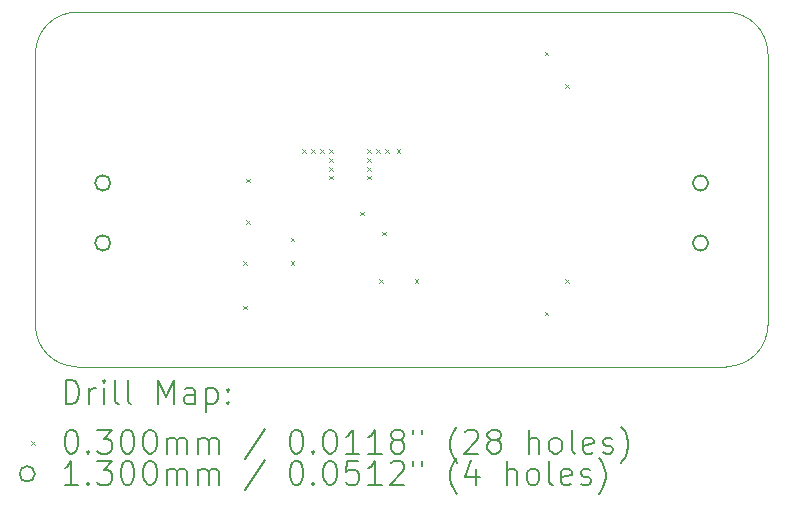
<source format=gbr>
%TF.GenerationSoftware,KiCad,Pcbnew,7.0.8*%
%TF.CreationDate,2023-10-17T18:42:54+11:00*%
%TF.ProjectId,bstconv,62737463-6f6e-4762-9e6b-696361645f70,rev?*%
%TF.SameCoordinates,Original*%
%TF.FileFunction,Drillmap*%
%TF.FilePolarity,Positive*%
%FSLAX45Y45*%
G04 Gerber Fmt 4.5, Leading zero omitted, Abs format (unit mm)*
G04 Created by KiCad (PCBNEW 7.0.8) date 2023-10-17 18:42:54*
%MOMM*%
%LPD*%
G01*
G04 APERTURE LIST*
%ADD10C,0.100000*%
%ADD11C,0.200000*%
%ADD12C,0.030000*%
%ADD13C,0.130000*%
G04 APERTURE END LIST*
D10*
X12250000Y-13300000D02*
X17750000Y-13300000D01*
X17750000Y-16300000D02*
X12250000Y-16300000D01*
X11900000Y-15950000D02*
G75*
G03*
X12250000Y-16300000I350000J0D01*
G01*
X11900000Y-15950000D02*
X11900000Y-13650000D01*
X18100000Y-13650000D02*
G75*
G03*
X17750000Y-13300000I-350000J0D01*
G01*
X12250000Y-13300000D02*
G75*
G03*
X11900000Y-13650000I0J-350000D01*
G01*
X18100000Y-13650000D02*
X18100000Y-15950000D01*
X17750000Y-16300000D02*
G75*
G03*
X18100000Y-15950000I0J350000D01*
G01*
D11*
D12*
X13660000Y-15410000D02*
X13690000Y-15440000D01*
X13690000Y-15410000D02*
X13660000Y-15440000D01*
X13660000Y-15785000D02*
X13690000Y-15815000D01*
X13690000Y-15785000D02*
X13660000Y-15815000D01*
X13685000Y-14710000D02*
X13715000Y-14740000D01*
X13715000Y-14710000D02*
X13685000Y-14740000D01*
X13685000Y-15060000D02*
X13715000Y-15090000D01*
X13715000Y-15060000D02*
X13685000Y-15090000D01*
X14060000Y-15210000D02*
X14090000Y-15240000D01*
X14090000Y-15210000D02*
X14060000Y-15240000D01*
X14060000Y-15410000D02*
X14090000Y-15440000D01*
X14090000Y-15410000D02*
X14060000Y-15440000D01*
X14160000Y-14460000D02*
X14190000Y-14490000D01*
X14190000Y-14460000D02*
X14160000Y-14490000D01*
X14235000Y-14460000D02*
X14265000Y-14490000D01*
X14265000Y-14460000D02*
X14235000Y-14490000D01*
X14310000Y-14460000D02*
X14340000Y-14490000D01*
X14340000Y-14460000D02*
X14310000Y-14490000D01*
X14385000Y-14460000D02*
X14415000Y-14490000D01*
X14415000Y-14460000D02*
X14385000Y-14490000D01*
X14385000Y-14535000D02*
X14415000Y-14565000D01*
X14415000Y-14535000D02*
X14385000Y-14565000D01*
X14385000Y-14610000D02*
X14415000Y-14640000D01*
X14415000Y-14610000D02*
X14385000Y-14640000D01*
X14385000Y-14685000D02*
X14415000Y-14715000D01*
X14415000Y-14685000D02*
X14385000Y-14715000D01*
X14650241Y-14989690D02*
X14680241Y-15019690D01*
X14680241Y-14989690D02*
X14650241Y-15019690D01*
X14710000Y-14460000D02*
X14740000Y-14490000D01*
X14740000Y-14460000D02*
X14710000Y-14490000D01*
X14710000Y-14535000D02*
X14740000Y-14565000D01*
X14740000Y-14535000D02*
X14710000Y-14565000D01*
X14710000Y-14610000D02*
X14740000Y-14640000D01*
X14740000Y-14610000D02*
X14710000Y-14640000D01*
X14710000Y-14685000D02*
X14740000Y-14715000D01*
X14740000Y-14685000D02*
X14710000Y-14715000D01*
X14785000Y-14460000D02*
X14815000Y-14490000D01*
X14815000Y-14460000D02*
X14785000Y-14490000D01*
X14810000Y-15560000D02*
X14840000Y-15590000D01*
X14840000Y-15560000D02*
X14810000Y-15590000D01*
X14835000Y-15160000D02*
X14865000Y-15190000D01*
X14865000Y-15160000D02*
X14835000Y-15190000D01*
X14860000Y-14460000D02*
X14890000Y-14490000D01*
X14890000Y-14460000D02*
X14860000Y-14490000D01*
X14960000Y-14460000D02*
X14990000Y-14490000D01*
X14990000Y-14460000D02*
X14960000Y-14490000D01*
X15110000Y-15560000D02*
X15140000Y-15590000D01*
X15140000Y-15560000D02*
X15110000Y-15590000D01*
X16210000Y-13635000D02*
X16240000Y-13665000D01*
X16240000Y-13635000D02*
X16210000Y-13665000D01*
X16210000Y-15835000D02*
X16240000Y-15865000D01*
X16240000Y-15835000D02*
X16210000Y-15865000D01*
X16385000Y-13910000D02*
X16415000Y-13940000D01*
X16415000Y-13910000D02*
X16385000Y-13940000D01*
X16385000Y-15560000D02*
X16415000Y-15590000D01*
X16415000Y-15560000D02*
X16385000Y-15590000D01*
D13*
X12534500Y-14745500D02*
G75*
G03*
X12534500Y-14745500I-65000J0D01*
G01*
X12534500Y-15253500D02*
G75*
G03*
X12534500Y-15253500I-65000J0D01*
G01*
X17595500Y-14746000D02*
G75*
G03*
X17595500Y-14746000I-65000J0D01*
G01*
X17595500Y-15254000D02*
G75*
G03*
X17595500Y-15254000I-65000J0D01*
G01*
D11*
X12155777Y-16616484D02*
X12155777Y-16416484D01*
X12155777Y-16416484D02*
X12203396Y-16416484D01*
X12203396Y-16416484D02*
X12231967Y-16426008D01*
X12231967Y-16426008D02*
X12251015Y-16445055D01*
X12251015Y-16445055D02*
X12260539Y-16464103D01*
X12260539Y-16464103D02*
X12270062Y-16502198D01*
X12270062Y-16502198D02*
X12270062Y-16530769D01*
X12270062Y-16530769D02*
X12260539Y-16568865D01*
X12260539Y-16568865D02*
X12251015Y-16587912D01*
X12251015Y-16587912D02*
X12231967Y-16606960D01*
X12231967Y-16606960D02*
X12203396Y-16616484D01*
X12203396Y-16616484D02*
X12155777Y-16616484D01*
X12355777Y-16616484D02*
X12355777Y-16483150D01*
X12355777Y-16521246D02*
X12365301Y-16502198D01*
X12365301Y-16502198D02*
X12374824Y-16492674D01*
X12374824Y-16492674D02*
X12393872Y-16483150D01*
X12393872Y-16483150D02*
X12412920Y-16483150D01*
X12479586Y-16616484D02*
X12479586Y-16483150D01*
X12479586Y-16416484D02*
X12470062Y-16426008D01*
X12470062Y-16426008D02*
X12479586Y-16435531D01*
X12479586Y-16435531D02*
X12489110Y-16426008D01*
X12489110Y-16426008D02*
X12479586Y-16416484D01*
X12479586Y-16416484D02*
X12479586Y-16435531D01*
X12603396Y-16616484D02*
X12584348Y-16606960D01*
X12584348Y-16606960D02*
X12574824Y-16587912D01*
X12574824Y-16587912D02*
X12574824Y-16416484D01*
X12708158Y-16616484D02*
X12689110Y-16606960D01*
X12689110Y-16606960D02*
X12679586Y-16587912D01*
X12679586Y-16587912D02*
X12679586Y-16416484D01*
X12936729Y-16616484D02*
X12936729Y-16416484D01*
X12936729Y-16416484D02*
X13003396Y-16559341D01*
X13003396Y-16559341D02*
X13070062Y-16416484D01*
X13070062Y-16416484D02*
X13070062Y-16616484D01*
X13251015Y-16616484D02*
X13251015Y-16511722D01*
X13251015Y-16511722D02*
X13241491Y-16492674D01*
X13241491Y-16492674D02*
X13222443Y-16483150D01*
X13222443Y-16483150D02*
X13184348Y-16483150D01*
X13184348Y-16483150D02*
X13165301Y-16492674D01*
X13251015Y-16606960D02*
X13231967Y-16616484D01*
X13231967Y-16616484D02*
X13184348Y-16616484D01*
X13184348Y-16616484D02*
X13165301Y-16606960D01*
X13165301Y-16606960D02*
X13155777Y-16587912D01*
X13155777Y-16587912D02*
X13155777Y-16568865D01*
X13155777Y-16568865D02*
X13165301Y-16549817D01*
X13165301Y-16549817D02*
X13184348Y-16540293D01*
X13184348Y-16540293D02*
X13231967Y-16540293D01*
X13231967Y-16540293D02*
X13251015Y-16530769D01*
X13346253Y-16483150D02*
X13346253Y-16683150D01*
X13346253Y-16492674D02*
X13365301Y-16483150D01*
X13365301Y-16483150D02*
X13403396Y-16483150D01*
X13403396Y-16483150D02*
X13422443Y-16492674D01*
X13422443Y-16492674D02*
X13431967Y-16502198D01*
X13431967Y-16502198D02*
X13441491Y-16521246D01*
X13441491Y-16521246D02*
X13441491Y-16578388D01*
X13441491Y-16578388D02*
X13431967Y-16597436D01*
X13431967Y-16597436D02*
X13422443Y-16606960D01*
X13422443Y-16606960D02*
X13403396Y-16616484D01*
X13403396Y-16616484D02*
X13365301Y-16616484D01*
X13365301Y-16616484D02*
X13346253Y-16606960D01*
X13527205Y-16597436D02*
X13536729Y-16606960D01*
X13536729Y-16606960D02*
X13527205Y-16616484D01*
X13527205Y-16616484D02*
X13517682Y-16606960D01*
X13517682Y-16606960D02*
X13527205Y-16597436D01*
X13527205Y-16597436D02*
X13527205Y-16616484D01*
X13527205Y-16492674D02*
X13536729Y-16502198D01*
X13536729Y-16502198D02*
X13527205Y-16511722D01*
X13527205Y-16511722D02*
X13517682Y-16502198D01*
X13517682Y-16502198D02*
X13527205Y-16492674D01*
X13527205Y-16492674D02*
X13527205Y-16511722D01*
D12*
X11865000Y-16930000D02*
X11895000Y-16960000D01*
X11895000Y-16930000D02*
X11865000Y-16960000D01*
D11*
X12193872Y-16836484D02*
X12212920Y-16836484D01*
X12212920Y-16836484D02*
X12231967Y-16846008D01*
X12231967Y-16846008D02*
X12241491Y-16855531D01*
X12241491Y-16855531D02*
X12251015Y-16874579D01*
X12251015Y-16874579D02*
X12260539Y-16912674D01*
X12260539Y-16912674D02*
X12260539Y-16960293D01*
X12260539Y-16960293D02*
X12251015Y-16998389D01*
X12251015Y-16998389D02*
X12241491Y-17017436D01*
X12241491Y-17017436D02*
X12231967Y-17026960D01*
X12231967Y-17026960D02*
X12212920Y-17036484D01*
X12212920Y-17036484D02*
X12193872Y-17036484D01*
X12193872Y-17036484D02*
X12174824Y-17026960D01*
X12174824Y-17026960D02*
X12165301Y-17017436D01*
X12165301Y-17017436D02*
X12155777Y-16998389D01*
X12155777Y-16998389D02*
X12146253Y-16960293D01*
X12146253Y-16960293D02*
X12146253Y-16912674D01*
X12146253Y-16912674D02*
X12155777Y-16874579D01*
X12155777Y-16874579D02*
X12165301Y-16855531D01*
X12165301Y-16855531D02*
X12174824Y-16846008D01*
X12174824Y-16846008D02*
X12193872Y-16836484D01*
X12346253Y-17017436D02*
X12355777Y-17026960D01*
X12355777Y-17026960D02*
X12346253Y-17036484D01*
X12346253Y-17036484D02*
X12336729Y-17026960D01*
X12336729Y-17026960D02*
X12346253Y-17017436D01*
X12346253Y-17017436D02*
X12346253Y-17036484D01*
X12422443Y-16836484D02*
X12546253Y-16836484D01*
X12546253Y-16836484D02*
X12479586Y-16912674D01*
X12479586Y-16912674D02*
X12508158Y-16912674D01*
X12508158Y-16912674D02*
X12527205Y-16922198D01*
X12527205Y-16922198D02*
X12536729Y-16931722D01*
X12536729Y-16931722D02*
X12546253Y-16950770D01*
X12546253Y-16950770D02*
X12546253Y-16998389D01*
X12546253Y-16998389D02*
X12536729Y-17017436D01*
X12536729Y-17017436D02*
X12527205Y-17026960D01*
X12527205Y-17026960D02*
X12508158Y-17036484D01*
X12508158Y-17036484D02*
X12451015Y-17036484D01*
X12451015Y-17036484D02*
X12431967Y-17026960D01*
X12431967Y-17026960D02*
X12422443Y-17017436D01*
X12670062Y-16836484D02*
X12689110Y-16836484D01*
X12689110Y-16836484D02*
X12708158Y-16846008D01*
X12708158Y-16846008D02*
X12717682Y-16855531D01*
X12717682Y-16855531D02*
X12727205Y-16874579D01*
X12727205Y-16874579D02*
X12736729Y-16912674D01*
X12736729Y-16912674D02*
X12736729Y-16960293D01*
X12736729Y-16960293D02*
X12727205Y-16998389D01*
X12727205Y-16998389D02*
X12717682Y-17017436D01*
X12717682Y-17017436D02*
X12708158Y-17026960D01*
X12708158Y-17026960D02*
X12689110Y-17036484D01*
X12689110Y-17036484D02*
X12670062Y-17036484D01*
X12670062Y-17036484D02*
X12651015Y-17026960D01*
X12651015Y-17026960D02*
X12641491Y-17017436D01*
X12641491Y-17017436D02*
X12631967Y-16998389D01*
X12631967Y-16998389D02*
X12622443Y-16960293D01*
X12622443Y-16960293D02*
X12622443Y-16912674D01*
X12622443Y-16912674D02*
X12631967Y-16874579D01*
X12631967Y-16874579D02*
X12641491Y-16855531D01*
X12641491Y-16855531D02*
X12651015Y-16846008D01*
X12651015Y-16846008D02*
X12670062Y-16836484D01*
X12860539Y-16836484D02*
X12879586Y-16836484D01*
X12879586Y-16836484D02*
X12898634Y-16846008D01*
X12898634Y-16846008D02*
X12908158Y-16855531D01*
X12908158Y-16855531D02*
X12917682Y-16874579D01*
X12917682Y-16874579D02*
X12927205Y-16912674D01*
X12927205Y-16912674D02*
X12927205Y-16960293D01*
X12927205Y-16960293D02*
X12917682Y-16998389D01*
X12917682Y-16998389D02*
X12908158Y-17017436D01*
X12908158Y-17017436D02*
X12898634Y-17026960D01*
X12898634Y-17026960D02*
X12879586Y-17036484D01*
X12879586Y-17036484D02*
X12860539Y-17036484D01*
X12860539Y-17036484D02*
X12841491Y-17026960D01*
X12841491Y-17026960D02*
X12831967Y-17017436D01*
X12831967Y-17017436D02*
X12822443Y-16998389D01*
X12822443Y-16998389D02*
X12812920Y-16960293D01*
X12812920Y-16960293D02*
X12812920Y-16912674D01*
X12812920Y-16912674D02*
X12822443Y-16874579D01*
X12822443Y-16874579D02*
X12831967Y-16855531D01*
X12831967Y-16855531D02*
X12841491Y-16846008D01*
X12841491Y-16846008D02*
X12860539Y-16836484D01*
X13012920Y-17036484D02*
X13012920Y-16903150D01*
X13012920Y-16922198D02*
X13022443Y-16912674D01*
X13022443Y-16912674D02*
X13041491Y-16903150D01*
X13041491Y-16903150D02*
X13070063Y-16903150D01*
X13070063Y-16903150D02*
X13089110Y-16912674D01*
X13089110Y-16912674D02*
X13098634Y-16931722D01*
X13098634Y-16931722D02*
X13098634Y-17036484D01*
X13098634Y-16931722D02*
X13108158Y-16912674D01*
X13108158Y-16912674D02*
X13127205Y-16903150D01*
X13127205Y-16903150D02*
X13155777Y-16903150D01*
X13155777Y-16903150D02*
X13174824Y-16912674D01*
X13174824Y-16912674D02*
X13184348Y-16931722D01*
X13184348Y-16931722D02*
X13184348Y-17036484D01*
X13279586Y-17036484D02*
X13279586Y-16903150D01*
X13279586Y-16922198D02*
X13289110Y-16912674D01*
X13289110Y-16912674D02*
X13308158Y-16903150D01*
X13308158Y-16903150D02*
X13336729Y-16903150D01*
X13336729Y-16903150D02*
X13355777Y-16912674D01*
X13355777Y-16912674D02*
X13365301Y-16931722D01*
X13365301Y-16931722D02*
X13365301Y-17036484D01*
X13365301Y-16931722D02*
X13374824Y-16912674D01*
X13374824Y-16912674D02*
X13393872Y-16903150D01*
X13393872Y-16903150D02*
X13422443Y-16903150D01*
X13422443Y-16903150D02*
X13441491Y-16912674D01*
X13441491Y-16912674D02*
X13451015Y-16931722D01*
X13451015Y-16931722D02*
X13451015Y-17036484D01*
X13841491Y-16826960D02*
X13670063Y-17084103D01*
X14098634Y-16836484D02*
X14117682Y-16836484D01*
X14117682Y-16836484D02*
X14136729Y-16846008D01*
X14136729Y-16846008D02*
X14146253Y-16855531D01*
X14146253Y-16855531D02*
X14155777Y-16874579D01*
X14155777Y-16874579D02*
X14165301Y-16912674D01*
X14165301Y-16912674D02*
X14165301Y-16960293D01*
X14165301Y-16960293D02*
X14155777Y-16998389D01*
X14155777Y-16998389D02*
X14146253Y-17017436D01*
X14146253Y-17017436D02*
X14136729Y-17026960D01*
X14136729Y-17026960D02*
X14117682Y-17036484D01*
X14117682Y-17036484D02*
X14098634Y-17036484D01*
X14098634Y-17036484D02*
X14079586Y-17026960D01*
X14079586Y-17026960D02*
X14070063Y-17017436D01*
X14070063Y-17017436D02*
X14060539Y-16998389D01*
X14060539Y-16998389D02*
X14051015Y-16960293D01*
X14051015Y-16960293D02*
X14051015Y-16912674D01*
X14051015Y-16912674D02*
X14060539Y-16874579D01*
X14060539Y-16874579D02*
X14070063Y-16855531D01*
X14070063Y-16855531D02*
X14079586Y-16846008D01*
X14079586Y-16846008D02*
X14098634Y-16836484D01*
X14251015Y-17017436D02*
X14260539Y-17026960D01*
X14260539Y-17026960D02*
X14251015Y-17036484D01*
X14251015Y-17036484D02*
X14241491Y-17026960D01*
X14241491Y-17026960D02*
X14251015Y-17017436D01*
X14251015Y-17017436D02*
X14251015Y-17036484D01*
X14384348Y-16836484D02*
X14403396Y-16836484D01*
X14403396Y-16836484D02*
X14422444Y-16846008D01*
X14422444Y-16846008D02*
X14431967Y-16855531D01*
X14431967Y-16855531D02*
X14441491Y-16874579D01*
X14441491Y-16874579D02*
X14451015Y-16912674D01*
X14451015Y-16912674D02*
X14451015Y-16960293D01*
X14451015Y-16960293D02*
X14441491Y-16998389D01*
X14441491Y-16998389D02*
X14431967Y-17017436D01*
X14431967Y-17017436D02*
X14422444Y-17026960D01*
X14422444Y-17026960D02*
X14403396Y-17036484D01*
X14403396Y-17036484D02*
X14384348Y-17036484D01*
X14384348Y-17036484D02*
X14365301Y-17026960D01*
X14365301Y-17026960D02*
X14355777Y-17017436D01*
X14355777Y-17017436D02*
X14346253Y-16998389D01*
X14346253Y-16998389D02*
X14336729Y-16960293D01*
X14336729Y-16960293D02*
X14336729Y-16912674D01*
X14336729Y-16912674D02*
X14346253Y-16874579D01*
X14346253Y-16874579D02*
X14355777Y-16855531D01*
X14355777Y-16855531D02*
X14365301Y-16846008D01*
X14365301Y-16846008D02*
X14384348Y-16836484D01*
X14641491Y-17036484D02*
X14527206Y-17036484D01*
X14584348Y-17036484D02*
X14584348Y-16836484D01*
X14584348Y-16836484D02*
X14565301Y-16865055D01*
X14565301Y-16865055D02*
X14546253Y-16884103D01*
X14546253Y-16884103D02*
X14527206Y-16893627D01*
X14831967Y-17036484D02*
X14717682Y-17036484D01*
X14774825Y-17036484D02*
X14774825Y-16836484D01*
X14774825Y-16836484D02*
X14755777Y-16865055D01*
X14755777Y-16865055D02*
X14736729Y-16884103D01*
X14736729Y-16884103D02*
X14717682Y-16893627D01*
X14946253Y-16922198D02*
X14927206Y-16912674D01*
X14927206Y-16912674D02*
X14917682Y-16903150D01*
X14917682Y-16903150D02*
X14908158Y-16884103D01*
X14908158Y-16884103D02*
X14908158Y-16874579D01*
X14908158Y-16874579D02*
X14917682Y-16855531D01*
X14917682Y-16855531D02*
X14927206Y-16846008D01*
X14927206Y-16846008D02*
X14946253Y-16836484D01*
X14946253Y-16836484D02*
X14984348Y-16836484D01*
X14984348Y-16836484D02*
X15003396Y-16846008D01*
X15003396Y-16846008D02*
X15012920Y-16855531D01*
X15012920Y-16855531D02*
X15022444Y-16874579D01*
X15022444Y-16874579D02*
X15022444Y-16884103D01*
X15022444Y-16884103D02*
X15012920Y-16903150D01*
X15012920Y-16903150D02*
X15003396Y-16912674D01*
X15003396Y-16912674D02*
X14984348Y-16922198D01*
X14984348Y-16922198D02*
X14946253Y-16922198D01*
X14946253Y-16922198D02*
X14927206Y-16931722D01*
X14927206Y-16931722D02*
X14917682Y-16941246D01*
X14917682Y-16941246D02*
X14908158Y-16960293D01*
X14908158Y-16960293D02*
X14908158Y-16998389D01*
X14908158Y-16998389D02*
X14917682Y-17017436D01*
X14917682Y-17017436D02*
X14927206Y-17026960D01*
X14927206Y-17026960D02*
X14946253Y-17036484D01*
X14946253Y-17036484D02*
X14984348Y-17036484D01*
X14984348Y-17036484D02*
X15003396Y-17026960D01*
X15003396Y-17026960D02*
X15012920Y-17017436D01*
X15012920Y-17017436D02*
X15022444Y-16998389D01*
X15022444Y-16998389D02*
X15022444Y-16960293D01*
X15022444Y-16960293D02*
X15012920Y-16941246D01*
X15012920Y-16941246D02*
X15003396Y-16931722D01*
X15003396Y-16931722D02*
X14984348Y-16922198D01*
X15098634Y-16836484D02*
X15098634Y-16874579D01*
X15174825Y-16836484D02*
X15174825Y-16874579D01*
X15470063Y-17112674D02*
X15460539Y-17103150D01*
X15460539Y-17103150D02*
X15441491Y-17074579D01*
X15441491Y-17074579D02*
X15431968Y-17055531D01*
X15431968Y-17055531D02*
X15422444Y-17026960D01*
X15422444Y-17026960D02*
X15412920Y-16979341D01*
X15412920Y-16979341D02*
X15412920Y-16941246D01*
X15412920Y-16941246D02*
X15422444Y-16893627D01*
X15422444Y-16893627D02*
X15431968Y-16865055D01*
X15431968Y-16865055D02*
X15441491Y-16846008D01*
X15441491Y-16846008D02*
X15460539Y-16817436D01*
X15460539Y-16817436D02*
X15470063Y-16807912D01*
X15536729Y-16855531D02*
X15546253Y-16846008D01*
X15546253Y-16846008D02*
X15565301Y-16836484D01*
X15565301Y-16836484D02*
X15612920Y-16836484D01*
X15612920Y-16836484D02*
X15631968Y-16846008D01*
X15631968Y-16846008D02*
X15641491Y-16855531D01*
X15641491Y-16855531D02*
X15651015Y-16874579D01*
X15651015Y-16874579D02*
X15651015Y-16893627D01*
X15651015Y-16893627D02*
X15641491Y-16922198D01*
X15641491Y-16922198D02*
X15527206Y-17036484D01*
X15527206Y-17036484D02*
X15651015Y-17036484D01*
X15765301Y-16922198D02*
X15746253Y-16912674D01*
X15746253Y-16912674D02*
X15736729Y-16903150D01*
X15736729Y-16903150D02*
X15727206Y-16884103D01*
X15727206Y-16884103D02*
X15727206Y-16874579D01*
X15727206Y-16874579D02*
X15736729Y-16855531D01*
X15736729Y-16855531D02*
X15746253Y-16846008D01*
X15746253Y-16846008D02*
X15765301Y-16836484D01*
X15765301Y-16836484D02*
X15803396Y-16836484D01*
X15803396Y-16836484D02*
X15822444Y-16846008D01*
X15822444Y-16846008D02*
X15831968Y-16855531D01*
X15831968Y-16855531D02*
X15841491Y-16874579D01*
X15841491Y-16874579D02*
X15841491Y-16884103D01*
X15841491Y-16884103D02*
X15831968Y-16903150D01*
X15831968Y-16903150D02*
X15822444Y-16912674D01*
X15822444Y-16912674D02*
X15803396Y-16922198D01*
X15803396Y-16922198D02*
X15765301Y-16922198D01*
X15765301Y-16922198D02*
X15746253Y-16931722D01*
X15746253Y-16931722D02*
X15736729Y-16941246D01*
X15736729Y-16941246D02*
X15727206Y-16960293D01*
X15727206Y-16960293D02*
X15727206Y-16998389D01*
X15727206Y-16998389D02*
X15736729Y-17017436D01*
X15736729Y-17017436D02*
X15746253Y-17026960D01*
X15746253Y-17026960D02*
X15765301Y-17036484D01*
X15765301Y-17036484D02*
X15803396Y-17036484D01*
X15803396Y-17036484D02*
X15822444Y-17026960D01*
X15822444Y-17026960D02*
X15831968Y-17017436D01*
X15831968Y-17017436D02*
X15841491Y-16998389D01*
X15841491Y-16998389D02*
X15841491Y-16960293D01*
X15841491Y-16960293D02*
X15831968Y-16941246D01*
X15831968Y-16941246D02*
X15822444Y-16931722D01*
X15822444Y-16931722D02*
X15803396Y-16922198D01*
X16079587Y-17036484D02*
X16079587Y-16836484D01*
X16165301Y-17036484D02*
X16165301Y-16931722D01*
X16165301Y-16931722D02*
X16155777Y-16912674D01*
X16155777Y-16912674D02*
X16136730Y-16903150D01*
X16136730Y-16903150D02*
X16108158Y-16903150D01*
X16108158Y-16903150D02*
X16089110Y-16912674D01*
X16089110Y-16912674D02*
X16079587Y-16922198D01*
X16289110Y-17036484D02*
X16270063Y-17026960D01*
X16270063Y-17026960D02*
X16260539Y-17017436D01*
X16260539Y-17017436D02*
X16251015Y-16998389D01*
X16251015Y-16998389D02*
X16251015Y-16941246D01*
X16251015Y-16941246D02*
X16260539Y-16922198D01*
X16260539Y-16922198D02*
X16270063Y-16912674D01*
X16270063Y-16912674D02*
X16289110Y-16903150D01*
X16289110Y-16903150D02*
X16317682Y-16903150D01*
X16317682Y-16903150D02*
X16336730Y-16912674D01*
X16336730Y-16912674D02*
X16346253Y-16922198D01*
X16346253Y-16922198D02*
X16355777Y-16941246D01*
X16355777Y-16941246D02*
X16355777Y-16998389D01*
X16355777Y-16998389D02*
X16346253Y-17017436D01*
X16346253Y-17017436D02*
X16336730Y-17026960D01*
X16336730Y-17026960D02*
X16317682Y-17036484D01*
X16317682Y-17036484D02*
X16289110Y-17036484D01*
X16470063Y-17036484D02*
X16451015Y-17026960D01*
X16451015Y-17026960D02*
X16441491Y-17007912D01*
X16441491Y-17007912D02*
X16441491Y-16836484D01*
X16622444Y-17026960D02*
X16603396Y-17036484D01*
X16603396Y-17036484D02*
X16565301Y-17036484D01*
X16565301Y-17036484D02*
X16546253Y-17026960D01*
X16546253Y-17026960D02*
X16536730Y-17007912D01*
X16536730Y-17007912D02*
X16536730Y-16931722D01*
X16536730Y-16931722D02*
X16546253Y-16912674D01*
X16546253Y-16912674D02*
X16565301Y-16903150D01*
X16565301Y-16903150D02*
X16603396Y-16903150D01*
X16603396Y-16903150D02*
X16622444Y-16912674D01*
X16622444Y-16912674D02*
X16631968Y-16931722D01*
X16631968Y-16931722D02*
X16631968Y-16950770D01*
X16631968Y-16950770D02*
X16536730Y-16969817D01*
X16708158Y-17026960D02*
X16727206Y-17036484D01*
X16727206Y-17036484D02*
X16765301Y-17036484D01*
X16765301Y-17036484D02*
X16784349Y-17026960D01*
X16784349Y-17026960D02*
X16793873Y-17007912D01*
X16793873Y-17007912D02*
X16793873Y-16998389D01*
X16793873Y-16998389D02*
X16784349Y-16979341D01*
X16784349Y-16979341D02*
X16765301Y-16969817D01*
X16765301Y-16969817D02*
X16736730Y-16969817D01*
X16736730Y-16969817D02*
X16717682Y-16960293D01*
X16717682Y-16960293D02*
X16708158Y-16941246D01*
X16708158Y-16941246D02*
X16708158Y-16931722D01*
X16708158Y-16931722D02*
X16717682Y-16912674D01*
X16717682Y-16912674D02*
X16736730Y-16903150D01*
X16736730Y-16903150D02*
X16765301Y-16903150D01*
X16765301Y-16903150D02*
X16784349Y-16912674D01*
X16860539Y-17112674D02*
X16870063Y-17103150D01*
X16870063Y-17103150D02*
X16889111Y-17074579D01*
X16889111Y-17074579D02*
X16898634Y-17055531D01*
X16898634Y-17055531D02*
X16908158Y-17026960D01*
X16908158Y-17026960D02*
X16917682Y-16979341D01*
X16917682Y-16979341D02*
X16917682Y-16941246D01*
X16917682Y-16941246D02*
X16908158Y-16893627D01*
X16908158Y-16893627D02*
X16898634Y-16865055D01*
X16898634Y-16865055D02*
X16889111Y-16846008D01*
X16889111Y-16846008D02*
X16870063Y-16817436D01*
X16870063Y-16817436D02*
X16860539Y-16807912D01*
D13*
X11895000Y-17209000D02*
G75*
G03*
X11895000Y-17209000I-65000J0D01*
G01*
D11*
X12260539Y-17300484D02*
X12146253Y-17300484D01*
X12203396Y-17300484D02*
X12203396Y-17100484D01*
X12203396Y-17100484D02*
X12184348Y-17129055D01*
X12184348Y-17129055D02*
X12165301Y-17148103D01*
X12165301Y-17148103D02*
X12146253Y-17157627D01*
X12346253Y-17281436D02*
X12355777Y-17290960D01*
X12355777Y-17290960D02*
X12346253Y-17300484D01*
X12346253Y-17300484D02*
X12336729Y-17290960D01*
X12336729Y-17290960D02*
X12346253Y-17281436D01*
X12346253Y-17281436D02*
X12346253Y-17300484D01*
X12422443Y-17100484D02*
X12546253Y-17100484D01*
X12546253Y-17100484D02*
X12479586Y-17176674D01*
X12479586Y-17176674D02*
X12508158Y-17176674D01*
X12508158Y-17176674D02*
X12527205Y-17186198D01*
X12527205Y-17186198D02*
X12536729Y-17195722D01*
X12536729Y-17195722D02*
X12546253Y-17214770D01*
X12546253Y-17214770D02*
X12546253Y-17262389D01*
X12546253Y-17262389D02*
X12536729Y-17281436D01*
X12536729Y-17281436D02*
X12527205Y-17290960D01*
X12527205Y-17290960D02*
X12508158Y-17300484D01*
X12508158Y-17300484D02*
X12451015Y-17300484D01*
X12451015Y-17300484D02*
X12431967Y-17290960D01*
X12431967Y-17290960D02*
X12422443Y-17281436D01*
X12670062Y-17100484D02*
X12689110Y-17100484D01*
X12689110Y-17100484D02*
X12708158Y-17110008D01*
X12708158Y-17110008D02*
X12717682Y-17119531D01*
X12717682Y-17119531D02*
X12727205Y-17138579D01*
X12727205Y-17138579D02*
X12736729Y-17176674D01*
X12736729Y-17176674D02*
X12736729Y-17224293D01*
X12736729Y-17224293D02*
X12727205Y-17262389D01*
X12727205Y-17262389D02*
X12717682Y-17281436D01*
X12717682Y-17281436D02*
X12708158Y-17290960D01*
X12708158Y-17290960D02*
X12689110Y-17300484D01*
X12689110Y-17300484D02*
X12670062Y-17300484D01*
X12670062Y-17300484D02*
X12651015Y-17290960D01*
X12651015Y-17290960D02*
X12641491Y-17281436D01*
X12641491Y-17281436D02*
X12631967Y-17262389D01*
X12631967Y-17262389D02*
X12622443Y-17224293D01*
X12622443Y-17224293D02*
X12622443Y-17176674D01*
X12622443Y-17176674D02*
X12631967Y-17138579D01*
X12631967Y-17138579D02*
X12641491Y-17119531D01*
X12641491Y-17119531D02*
X12651015Y-17110008D01*
X12651015Y-17110008D02*
X12670062Y-17100484D01*
X12860539Y-17100484D02*
X12879586Y-17100484D01*
X12879586Y-17100484D02*
X12898634Y-17110008D01*
X12898634Y-17110008D02*
X12908158Y-17119531D01*
X12908158Y-17119531D02*
X12917682Y-17138579D01*
X12917682Y-17138579D02*
X12927205Y-17176674D01*
X12927205Y-17176674D02*
X12927205Y-17224293D01*
X12927205Y-17224293D02*
X12917682Y-17262389D01*
X12917682Y-17262389D02*
X12908158Y-17281436D01*
X12908158Y-17281436D02*
X12898634Y-17290960D01*
X12898634Y-17290960D02*
X12879586Y-17300484D01*
X12879586Y-17300484D02*
X12860539Y-17300484D01*
X12860539Y-17300484D02*
X12841491Y-17290960D01*
X12841491Y-17290960D02*
X12831967Y-17281436D01*
X12831967Y-17281436D02*
X12822443Y-17262389D01*
X12822443Y-17262389D02*
X12812920Y-17224293D01*
X12812920Y-17224293D02*
X12812920Y-17176674D01*
X12812920Y-17176674D02*
X12822443Y-17138579D01*
X12822443Y-17138579D02*
X12831967Y-17119531D01*
X12831967Y-17119531D02*
X12841491Y-17110008D01*
X12841491Y-17110008D02*
X12860539Y-17100484D01*
X13012920Y-17300484D02*
X13012920Y-17167150D01*
X13012920Y-17186198D02*
X13022443Y-17176674D01*
X13022443Y-17176674D02*
X13041491Y-17167150D01*
X13041491Y-17167150D02*
X13070063Y-17167150D01*
X13070063Y-17167150D02*
X13089110Y-17176674D01*
X13089110Y-17176674D02*
X13098634Y-17195722D01*
X13098634Y-17195722D02*
X13098634Y-17300484D01*
X13098634Y-17195722D02*
X13108158Y-17176674D01*
X13108158Y-17176674D02*
X13127205Y-17167150D01*
X13127205Y-17167150D02*
X13155777Y-17167150D01*
X13155777Y-17167150D02*
X13174824Y-17176674D01*
X13174824Y-17176674D02*
X13184348Y-17195722D01*
X13184348Y-17195722D02*
X13184348Y-17300484D01*
X13279586Y-17300484D02*
X13279586Y-17167150D01*
X13279586Y-17186198D02*
X13289110Y-17176674D01*
X13289110Y-17176674D02*
X13308158Y-17167150D01*
X13308158Y-17167150D02*
X13336729Y-17167150D01*
X13336729Y-17167150D02*
X13355777Y-17176674D01*
X13355777Y-17176674D02*
X13365301Y-17195722D01*
X13365301Y-17195722D02*
X13365301Y-17300484D01*
X13365301Y-17195722D02*
X13374824Y-17176674D01*
X13374824Y-17176674D02*
X13393872Y-17167150D01*
X13393872Y-17167150D02*
X13422443Y-17167150D01*
X13422443Y-17167150D02*
X13441491Y-17176674D01*
X13441491Y-17176674D02*
X13451015Y-17195722D01*
X13451015Y-17195722D02*
X13451015Y-17300484D01*
X13841491Y-17090960D02*
X13670063Y-17348103D01*
X14098634Y-17100484D02*
X14117682Y-17100484D01*
X14117682Y-17100484D02*
X14136729Y-17110008D01*
X14136729Y-17110008D02*
X14146253Y-17119531D01*
X14146253Y-17119531D02*
X14155777Y-17138579D01*
X14155777Y-17138579D02*
X14165301Y-17176674D01*
X14165301Y-17176674D02*
X14165301Y-17224293D01*
X14165301Y-17224293D02*
X14155777Y-17262389D01*
X14155777Y-17262389D02*
X14146253Y-17281436D01*
X14146253Y-17281436D02*
X14136729Y-17290960D01*
X14136729Y-17290960D02*
X14117682Y-17300484D01*
X14117682Y-17300484D02*
X14098634Y-17300484D01*
X14098634Y-17300484D02*
X14079586Y-17290960D01*
X14079586Y-17290960D02*
X14070063Y-17281436D01*
X14070063Y-17281436D02*
X14060539Y-17262389D01*
X14060539Y-17262389D02*
X14051015Y-17224293D01*
X14051015Y-17224293D02*
X14051015Y-17176674D01*
X14051015Y-17176674D02*
X14060539Y-17138579D01*
X14060539Y-17138579D02*
X14070063Y-17119531D01*
X14070063Y-17119531D02*
X14079586Y-17110008D01*
X14079586Y-17110008D02*
X14098634Y-17100484D01*
X14251015Y-17281436D02*
X14260539Y-17290960D01*
X14260539Y-17290960D02*
X14251015Y-17300484D01*
X14251015Y-17300484D02*
X14241491Y-17290960D01*
X14241491Y-17290960D02*
X14251015Y-17281436D01*
X14251015Y-17281436D02*
X14251015Y-17300484D01*
X14384348Y-17100484D02*
X14403396Y-17100484D01*
X14403396Y-17100484D02*
X14422444Y-17110008D01*
X14422444Y-17110008D02*
X14431967Y-17119531D01*
X14431967Y-17119531D02*
X14441491Y-17138579D01*
X14441491Y-17138579D02*
X14451015Y-17176674D01*
X14451015Y-17176674D02*
X14451015Y-17224293D01*
X14451015Y-17224293D02*
X14441491Y-17262389D01*
X14441491Y-17262389D02*
X14431967Y-17281436D01*
X14431967Y-17281436D02*
X14422444Y-17290960D01*
X14422444Y-17290960D02*
X14403396Y-17300484D01*
X14403396Y-17300484D02*
X14384348Y-17300484D01*
X14384348Y-17300484D02*
X14365301Y-17290960D01*
X14365301Y-17290960D02*
X14355777Y-17281436D01*
X14355777Y-17281436D02*
X14346253Y-17262389D01*
X14346253Y-17262389D02*
X14336729Y-17224293D01*
X14336729Y-17224293D02*
X14336729Y-17176674D01*
X14336729Y-17176674D02*
X14346253Y-17138579D01*
X14346253Y-17138579D02*
X14355777Y-17119531D01*
X14355777Y-17119531D02*
X14365301Y-17110008D01*
X14365301Y-17110008D02*
X14384348Y-17100484D01*
X14631967Y-17100484D02*
X14536729Y-17100484D01*
X14536729Y-17100484D02*
X14527206Y-17195722D01*
X14527206Y-17195722D02*
X14536729Y-17186198D01*
X14536729Y-17186198D02*
X14555777Y-17176674D01*
X14555777Y-17176674D02*
X14603396Y-17176674D01*
X14603396Y-17176674D02*
X14622444Y-17186198D01*
X14622444Y-17186198D02*
X14631967Y-17195722D01*
X14631967Y-17195722D02*
X14641491Y-17214770D01*
X14641491Y-17214770D02*
X14641491Y-17262389D01*
X14641491Y-17262389D02*
X14631967Y-17281436D01*
X14631967Y-17281436D02*
X14622444Y-17290960D01*
X14622444Y-17290960D02*
X14603396Y-17300484D01*
X14603396Y-17300484D02*
X14555777Y-17300484D01*
X14555777Y-17300484D02*
X14536729Y-17290960D01*
X14536729Y-17290960D02*
X14527206Y-17281436D01*
X14831967Y-17300484D02*
X14717682Y-17300484D01*
X14774825Y-17300484D02*
X14774825Y-17100484D01*
X14774825Y-17100484D02*
X14755777Y-17129055D01*
X14755777Y-17129055D02*
X14736729Y-17148103D01*
X14736729Y-17148103D02*
X14717682Y-17157627D01*
X14908158Y-17119531D02*
X14917682Y-17110008D01*
X14917682Y-17110008D02*
X14936729Y-17100484D01*
X14936729Y-17100484D02*
X14984348Y-17100484D01*
X14984348Y-17100484D02*
X15003396Y-17110008D01*
X15003396Y-17110008D02*
X15012920Y-17119531D01*
X15012920Y-17119531D02*
X15022444Y-17138579D01*
X15022444Y-17138579D02*
X15022444Y-17157627D01*
X15022444Y-17157627D02*
X15012920Y-17186198D01*
X15012920Y-17186198D02*
X14898634Y-17300484D01*
X14898634Y-17300484D02*
X15022444Y-17300484D01*
X15098634Y-17100484D02*
X15098634Y-17138579D01*
X15174825Y-17100484D02*
X15174825Y-17138579D01*
X15470063Y-17376674D02*
X15460539Y-17367150D01*
X15460539Y-17367150D02*
X15441491Y-17338579D01*
X15441491Y-17338579D02*
X15431968Y-17319531D01*
X15431968Y-17319531D02*
X15422444Y-17290960D01*
X15422444Y-17290960D02*
X15412920Y-17243341D01*
X15412920Y-17243341D02*
X15412920Y-17205246D01*
X15412920Y-17205246D02*
X15422444Y-17157627D01*
X15422444Y-17157627D02*
X15431968Y-17129055D01*
X15431968Y-17129055D02*
X15441491Y-17110008D01*
X15441491Y-17110008D02*
X15460539Y-17081436D01*
X15460539Y-17081436D02*
X15470063Y-17071912D01*
X15631968Y-17167150D02*
X15631968Y-17300484D01*
X15584348Y-17090960D02*
X15536729Y-17233817D01*
X15536729Y-17233817D02*
X15660539Y-17233817D01*
X15889110Y-17300484D02*
X15889110Y-17100484D01*
X15974825Y-17300484D02*
X15974825Y-17195722D01*
X15974825Y-17195722D02*
X15965301Y-17176674D01*
X15965301Y-17176674D02*
X15946253Y-17167150D01*
X15946253Y-17167150D02*
X15917682Y-17167150D01*
X15917682Y-17167150D02*
X15898634Y-17176674D01*
X15898634Y-17176674D02*
X15889110Y-17186198D01*
X16098634Y-17300484D02*
X16079587Y-17290960D01*
X16079587Y-17290960D02*
X16070063Y-17281436D01*
X16070063Y-17281436D02*
X16060539Y-17262389D01*
X16060539Y-17262389D02*
X16060539Y-17205246D01*
X16060539Y-17205246D02*
X16070063Y-17186198D01*
X16070063Y-17186198D02*
X16079587Y-17176674D01*
X16079587Y-17176674D02*
X16098634Y-17167150D01*
X16098634Y-17167150D02*
X16127206Y-17167150D01*
X16127206Y-17167150D02*
X16146253Y-17176674D01*
X16146253Y-17176674D02*
X16155777Y-17186198D01*
X16155777Y-17186198D02*
X16165301Y-17205246D01*
X16165301Y-17205246D02*
X16165301Y-17262389D01*
X16165301Y-17262389D02*
X16155777Y-17281436D01*
X16155777Y-17281436D02*
X16146253Y-17290960D01*
X16146253Y-17290960D02*
X16127206Y-17300484D01*
X16127206Y-17300484D02*
X16098634Y-17300484D01*
X16279587Y-17300484D02*
X16260539Y-17290960D01*
X16260539Y-17290960D02*
X16251015Y-17271912D01*
X16251015Y-17271912D02*
X16251015Y-17100484D01*
X16431968Y-17290960D02*
X16412920Y-17300484D01*
X16412920Y-17300484D02*
X16374825Y-17300484D01*
X16374825Y-17300484D02*
X16355777Y-17290960D01*
X16355777Y-17290960D02*
X16346253Y-17271912D01*
X16346253Y-17271912D02*
X16346253Y-17195722D01*
X16346253Y-17195722D02*
X16355777Y-17176674D01*
X16355777Y-17176674D02*
X16374825Y-17167150D01*
X16374825Y-17167150D02*
X16412920Y-17167150D01*
X16412920Y-17167150D02*
X16431968Y-17176674D01*
X16431968Y-17176674D02*
X16441491Y-17195722D01*
X16441491Y-17195722D02*
X16441491Y-17214770D01*
X16441491Y-17214770D02*
X16346253Y-17233817D01*
X16517682Y-17290960D02*
X16536730Y-17300484D01*
X16536730Y-17300484D02*
X16574825Y-17300484D01*
X16574825Y-17300484D02*
X16593872Y-17290960D01*
X16593872Y-17290960D02*
X16603396Y-17271912D01*
X16603396Y-17271912D02*
X16603396Y-17262389D01*
X16603396Y-17262389D02*
X16593872Y-17243341D01*
X16593872Y-17243341D02*
X16574825Y-17233817D01*
X16574825Y-17233817D02*
X16546253Y-17233817D01*
X16546253Y-17233817D02*
X16527206Y-17224293D01*
X16527206Y-17224293D02*
X16517682Y-17205246D01*
X16517682Y-17205246D02*
X16517682Y-17195722D01*
X16517682Y-17195722D02*
X16527206Y-17176674D01*
X16527206Y-17176674D02*
X16546253Y-17167150D01*
X16546253Y-17167150D02*
X16574825Y-17167150D01*
X16574825Y-17167150D02*
X16593872Y-17176674D01*
X16670063Y-17376674D02*
X16679587Y-17367150D01*
X16679587Y-17367150D02*
X16698634Y-17338579D01*
X16698634Y-17338579D02*
X16708158Y-17319531D01*
X16708158Y-17319531D02*
X16717682Y-17290960D01*
X16717682Y-17290960D02*
X16727206Y-17243341D01*
X16727206Y-17243341D02*
X16727206Y-17205246D01*
X16727206Y-17205246D02*
X16717682Y-17157627D01*
X16717682Y-17157627D02*
X16708158Y-17129055D01*
X16708158Y-17129055D02*
X16698634Y-17110008D01*
X16698634Y-17110008D02*
X16679587Y-17081436D01*
X16679587Y-17081436D02*
X16670063Y-17071912D01*
M02*

</source>
